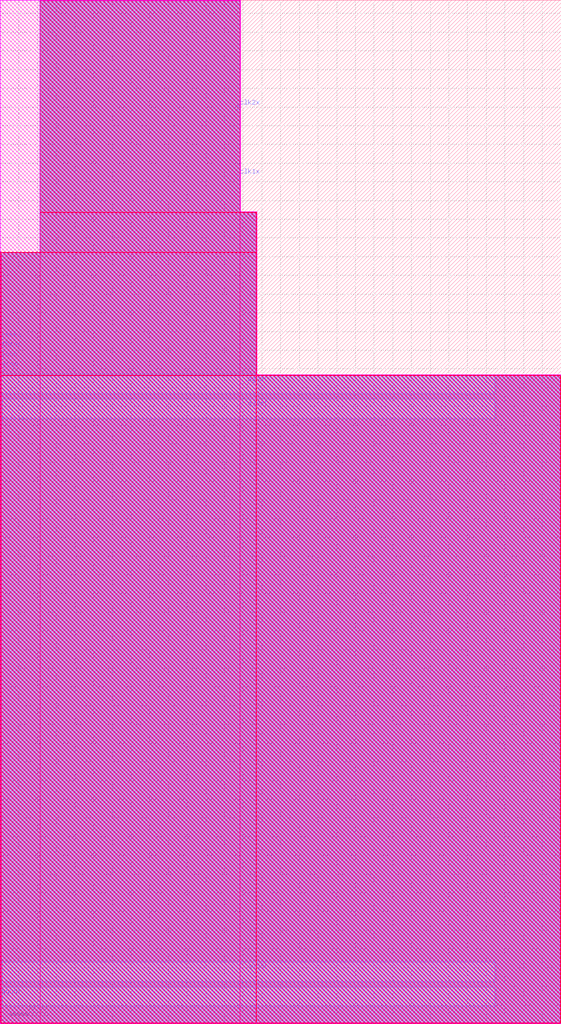
<source format=lef>
# Converted .13um PLL to .09um. 
VERSION   5.3 ;
NAMESCASESENSITIVE ON ;
BUSBITCHARS "[]" ;
DIVIDERCHAR "/" ;

UNITS
   DATABASE MICRONS 2000 ;
END UNITS

MACRO pllclk
  CLASS BLOCK ;
  ORIGIN 0.06 0 ;
  SIZE 150.06 BY 273.59 ;
  SYMMETRY X Y R90 ;

  PIN refclk
  DIRECTION INPUT ;
     PORT
      LAYER METAL1 ;
      RECT 0 160.23 0.3 160.61 ;
     END
  END refclk

  PIN clk1x
  DIRECTION OUTPUT ;
     PORT
      LAYER METAL2 ;
      RECT 63.72 226.08 64.32 226.68 ;
     END
  END clk1x

  PIN clk2x
  DIRECTION OUTPUT ;
     PORT
      LAYER METAL2 ;
      RECT 63.72 244.56 64.32 245.16 ;
     END
  END clk2x

  PIN ibias
  DIRECTION INPUT ;
     PORT
      LAYER METAL2 ;
      RECT 0 179.9 0.6 180.5 ;
     END
  END ibias

  PIN reset
  DIRECTION INPUT ;
     PORT
      LAYER METAL2 ;
      RECT 0 182.54 0.6 183.14 ;
     END
  END reset

  PIN vcom
  DIRECTION OUTPUT ;
     PORT
      LAYER METAL2 ;
      RECT 0 174.62 0.6 175.22 ;
     END
  END vcom

  PIN vcop
  DIRECTION OUTPUT ;
     PORT
      LAYER METAL2 ;
      RECT 0 177.26 0.6 177.86 ;
     END
  END vcop

  PIN agnd!
  DIRECTION INOUT ;
  USE GROUND ;
     PORT
      LAYER METAL3 ;
      RECT 0 4.78 132.28 9.78 ;
      RECT 0 4.77 0.6 9.78 ;
     END
     PORT
      LAYER METAL3 ;
      RECT 0 168.46 132.28 173.46 ;
     END
  END agnd!

  PIN avdd!
  DIRECTION INOUT ;
  USE POWER ;
     PORT
      LAYER METAL3 ;
      RECT 0 11.37 0.6 16.38 ;
      RECT 0 11.38 132.28 16.38 ;
     END
     PORT
      LAYER METAL3 ;
      RECT 0 161.85 0.59 166.86 ;
      RECT -0.01 161.86 132.28 166.85 ;
      RECT -0.01 161.85 0.59 166.85 ;
      RECT 0 161.86 132.28 166.86 ;
     END
  END avdd!
  OBS
      LAYER OVERLAP ;
      POLYGON 150 173.46 68.64 173.46 68.64 217.03 64.32 217.03 64.32 273.59 0 273.59 0 0 150 0 ;
#  POLYGON 150 173.46 68.64 173.46 68.64 217.03 64.32 217.03 64.32 273.59 10.49 273.59 10.49 206.26 0 206.26 0 0 150 0 ;
      LAYER METAL1 ;
      POLYGON 149.885 173.345 68.525 173.345 68.525 216.915 64.205 216.915 64.205 273.475 10.605 273.475 10.605 206.145 0.115 206.145 0.115 160.84 0.53 160.84 0.53 160
         0.115 160 0.115 159.21 0 159.21 0 158.91 0.115 158.91 0.115 0.115 149.885 0.115 ;
      LAYER METAL2 ;
      POLYGON 149.86 173.32 68.5 173.32 68.5 216.89 64.18 216.89 64.18 225.8 63.44 225.8 63.44 226.96 64.18 226.96 64.18 244.28 63.44 244.28 63.44 245.44
         64.18 245.44 64.18 263.04 64.32 263.04 64.32 263.64 64.18 263.64 64.18 273.45 10.63 273.45 10.63 206.24 2.34 206.24 2.34 206.12
         0.14 206.12 0.14 183.42 0.88 183.42 0.88 182.26 0.14 182.26 0.14 180.78 0.88 180.78 0.88 179.62 0.14 179.62 0.14 178.14
         0.88 178.14 0.88 176.98 0.14 176.98 0.14 175.5 0.88 175.5 0.88 174.34 0.14 174.34 0.14 0.14 149.86 0.14 ;
      LAYER METAL3 ;
      POLYGON 68.5 216.89 64.18 216.89 64.18 273.45 10.63 273.45 10.63 206.12 0.14 206.12 0.14 173.74 68.5 173.74 ;
      POLYGON 149.86 173.32 132.56 173.32 132.56 168.18 0.14 168.18 0.14 167.14 132.56 167.14 132.56 161.58 0.87 161.58 0.87 161.57 0.14 161.57 0.14 142.2
         0 142.2 0 141.6 0.14 141.6 0.14 136.92 0 136.92 0 136.32 0.14 136.32 0.14 111.84 0 111.84 0 111.24
         0.14 111.24 0.14 105.24 0 105.24 0 104.64 0.14 104.64 0.14 76.2 0 76.2 0 75.6 0.14 75.6 0.14 72.24
         0 72.24 0 71.64 0.14 71.64 0.14 45.84 0 45.84 0 45.24 0.14 45.24 0.14 41.88 0 41.88 0 41.28
         0.14 41.28 0.14 16.66 132.56 16.66 132.56 11.1 0.88 11.1 0.88 11.09 0.14 11.09 0.14 10.06 132.56 10.06 132.56 4.5
         0.88 4.5 0.88 4.49 0.14 4.49 0.14 0.14 149.86 0.14 ;
      LAYER METAL4 ;
      RECT 0.14 0.14 149.86 173.32 ;
      RECT 10.63 0.14 68.5 216.89 ;
      RECT 10.63 0.14 64.18 273.45 ;
      RECT 0.14 0.14 68.5 206.12 ;
      LAYER METAL5 ;
      RECT 0.14 0.14 149.86 173.32 ;
      RECT 10.63 0.14 68.5 216.89 ;
      RECT 10.63 0.14 64.18 273.45 ;
      RECT 0.14 0.14 68.5 206.12 ;
      LAYER METAL6 ;
      RECT 0.23 0.23 149.77 173.23 ;
      RECT 10.72 0.23 68.41 216.8 ;
      RECT 10.72 0.23 64.09 273.36 ;
      RECT 0.23 0.23 68.41 206.03 ;
  END
END pllclk

END LIBRARY

</source>
